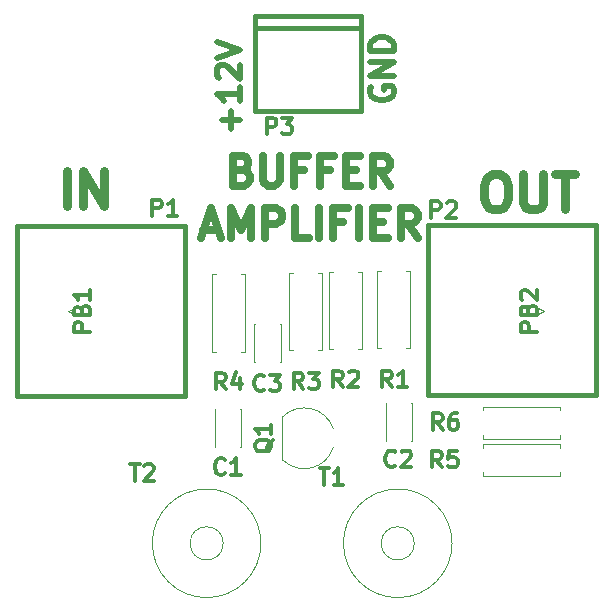
<source format=gto>
%TF.GenerationSoftware,KiCad,Pcbnew,(5.1.10)-1*%
%TF.CreationDate,2021-09-22T18:06:51-04:00*%
%TF.ProjectId,RF-Amp,52462d41-6d70-42e6-9b69-6361645f7063,rev?*%
%TF.SameCoordinates,Original*%
%TF.FileFunction,Legend,Top*%
%TF.FilePolarity,Positive*%
%FSLAX46Y46*%
G04 Gerber Fmt 4.6, Leading zero omitted, Abs format (unit mm)*
G04 Created by KiCad (PCBNEW (5.1.10)-1) date 2021-09-22 18:06:51*
%MOMM*%
%LPD*%
G01*
G04 APERTURE LIST*
%ADD10C,0.500000*%
%ADD11C,0.635000*%
%ADD12C,0.750000*%
%ADD13C,0.120000*%
%ADD14C,0.381000*%
%ADD15C,0.304800*%
G04 APERTURE END LIST*
D10*
X96028000Y-40538209D02*
X95932761Y-40728685D01*
X95932761Y-41014400D01*
X96028000Y-41300114D01*
X96218476Y-41490590D01*
X96408952Y-41585828D01*
X96789904Y-41681066D01*
X97075619Y-41681066D01*
X97456571Y-41585828D01*
X97647047Y-41490590D01*
X97837523Y-41300114D01*
X97932761Y-41014400D01*
X97932761Y-40823923D01*
X97837523Y-40538209D01*
X97742285Y-40442971D01*
X97075619Y-40442971D01*
X97075619Y-40823923D01*
X97932761Y-39585828D02*
X95932761Y-39585828D01*
X97932761Y-38442971D01*
X95932761Y-38442971D01*
X97932761Y-37490590D02*
X95932761Y-37490590D01*
X95932761Y-37014400D01*
X96028000Y-36728685D01*
X96218476Y-36538209D01*
X96408952Y-36442971D01*
X96789904Y-36347733D01*
X97075619Y-36347733D01*
X97456571Y-36442971D01*
X97647047Y-36538209D01*
X97837523Y-36728685D01*
X97932761Y-37014400D01*
X97932761Y-37490590D01*
X84182857Y-44083809D02*
X84182857Y-42560000D01*
X84944761Y-43321904D02*
X83420952Y-43321904D01*
X84944761Y-40560000D02*
X84944761Y-41702857D01*
X84944761Y-41131428D02*
X82944761Y-41131428D01*
X83230476Y-41321904D01*
X83420952Y-41512380D01*
X83516190Y-41702857D01*
X83135238Y-39798095D02*
X83040000Y-39702857D01*
X82944761Y-39512380D01*
X82944761Y-39036190D01*
X83040000Y-38845714D01*
X83135238Y-38750476D01*
X83325714Y-38655238D01*
X83516190Y-38655238D01*
X83801904Y-38750476D01*
X84944761Y-39893333D01*
X84944761Y-38655238D01*
X82944761Y-38083809D02*
X84944761Y-37417142D01*
X82944761Y-36750476D01*
D11*
X85135961Y-47583271D02*
X85498819Y-47704223D01*
X85619771Y-47825176D01*
X85740723Y-48067080D01*
X85740723Y-48429938D01*
X85619771Y-48671842D01*
X85498819Y-48792795D01*
X85256914Y-48913747D01*
X84289295Y-48913747D01*
X84289295Y-46373747D01*
X85135961Y-46373747D01*
X85377866Y-46494700D01*
X85498819Y-46615652D01*
X85619771Y-46857557D01*
X85619771Y-47099461D01*
X85498819Y-47341366D01*
X85377866Y-47462319D01*
X85135961Y-47583271D01*
X84289295Y-47583271D01*
X86829295Y-46373747D02*
X86829295Y-48429938D01*
X86950247Y-48671842D01*
X87071200Y-48792795D01*
X87313104Y-48913747D01*
X87796914Y-48913747D01*
X88038819Y-48792795D01*
X88159771Y-48671842D01*
X88280723Y-48429938D01*
X88280723Y-46373747D01*
X90336914Y-47583271D02*
X89490247Y-47583271D01*
X89490247Y-48913747D02*
X89490247Y-46373747D01*
X90699771Y-46373747D01*
X92514057Y-47583271D02*
X91667390Y-47583271D01*
X91667390Y-48913747D02*
X91667390Y-46373747D01*
X92876914Y-46373747D01*
X93844533Y-47583271D02*
X94691200Y-47583271D01*
X95054057Y-48913747D02*
X93844533Y-48913747D01*
X93844533Y-46373747D01*
X95054057Y-46373747D01*
X97594057Y-48913747D02*
X96747390Y-47704223D01*
X96142628Y-48913747D02*
X96142628Y-46373747D01*
X97110247Y-46373747D01*
X97352152Y-46494700D01*
X97473104Y-46615652D01*
X97594057Y-46857557D01*
X97594057Y-47220414D01*
X97473104Y-47462319D01*
X97352152Y-47583271D01*
X97110247Y-47704223D01*
X96142628Y-47704223D01*
X81809771Y-52633033D02*
X83019295Y-52633033D01*
X81567866Y-53358747D02*
X82414533Y-50818747D01*
X83261200Y-53358747D01*
X84107866Y-53358747D02*
X84107866Y-50818747D01*
X84954533Y-52633033D01*
X85801200Y-50818747D01*
X85801200Y-53358747D01*
X87010723Y-53358747D02*
X87010723Y-50818747D01*
X87978342Y-50818747D01*
X88220247Y-50939700D01*
X88341200Y-51060652D01*
X88462152Y-51302557D01*
X88462152Y-51665414D01*
X88341200Y-51907319D01*
X88220247Y-52028271D01*
X87978342Y-52149223D01*
X87010723Y-52149223D01*
X90760247Y-53358747D02*
X89550723Y-53358747D01*
X89550723Y-50818747D01*
X91606914Y-53358747D02*
X91606914Y-50818747D01*
X93663104Y-52028271D02*
X92816438Y-52028271D01*
X92816438Y-53358747D02*
X92816438Y-50818747D01*
X94025961Y-50818747D01*
X94993580Y-53358747D02*
X94993580Y-50818747D01*
X96203104Y-52028271D02*
X97049771Y-52028271D01*
X97412628Y-53358747D02*
X96203104Y-53358747D01*
X96203104Y-50818747D01*
X97412628Y-50818747D01*
X99952628Y-53358747D02*
X99105961Y-52149223D01*
X98501200Y-53358747D02*
X98501200Y-50818747D01*
X99468819Y-50818747D01*
X99710723Y-50939700D01*
X99831676Y-51060652D01*
X99952628Y-51302557D01*
X99952628Y-51665414D01*
X99831676Y-51907319D01*
X99710723Y-52028271D01*
X99468819Y-52149223D01*
X98501200Y-52149223D01*
D12*
X106290000Y-47917142D02*
X106861428Y-47917142D01*
X107147142Y-48060000D01*
X107432857Y-48345714D01*
X107575714Y-48917142D01*
X107575714Y-49917142D01*
X107432857Y-50488571D01*
X107147142Y-50774285D01*
X106861428Y-50917142D01*
X106290000Y-50917142D01*
X106004285Y-50774285D01*
X105718571Y-50488571D01*
X105575714Y-49917142D01*
X105575714Y-48917142D01*
X105718571Y-48345714D01*
X106004285Y-48060000D01*
X106290000Y-47917142D01*
X108861428Y-47917142D02*
X108861428Y-50345714D01*
X109004285Y-50631428D01*
X109147142Y-50774285D01*
X109432857Y-50917142D01*
X110004285Y-50917142D01*
X110290000Y-50774285D01*
X110432857Y-50631428D01*
X110575714Y-50345714D01*
X110575714Y-47917142D01*
X111575714Y-47917142D02*
X113290000Y-47917142D01*
X112432857Y-50917142D02*
X112432857Y-47917142D01*
X70218571Y-50667142D02*
X70218571Y-47667142D01*
X71647142Y-50667142D02*
X71647142Y-47667142D01*
X73361428Y-50667142D01*
X73361428Y-47667142D01*
D13*
%TO.C,C1*%
X82750800Y-71032800D02*
X82750800Y-67792800D01*
X84990800Y-71032800D02*
X84990800Y-67792800D01*
X82750800Y-71032800D02*
X82815800Y-71032800D01*
X84925800Y-71032800D02*
X84990800Y-71032800D01*
X82750800Y-67792800D02*
X82815800Y-67792800D01*
X84925800Y-67792800D02*
X84990800Y-67792800D01*
%TO.C,C2*%
X99403800Y-67284800D02*
X99468800Y-67284800D01*
X97228800Y-67284800D02*
X97293800Y-67284800D01*
X99403800Y-70524800D02*
X99468800Y-70524800D01*
X97228800Y-70524800D02*
X97293800Y-70524800D01*
X99468800Y-70524800D02*
X99468800Y-67284800D01*
X97228800Y-70524800D02*
X97228800Y-67284800D01*
%TO.C,C3*%
X88304000Y-60630000D02*
X88369000Y-60630000D01*
X86129000Y-60630000D02*
X86194000Y-60630000D01*
X88304000Y-63870000D02*
X88369000Y-63870000D01*
X86129000Y-63870000D02*
X86194000Y-63870000D01*
X88369000Y-63870000D02*
X88369000Y-60630000D01*
X86129000Y-63870000D02*
X86129000Y-60630000D01*
D14*
%TO.C,P1*%
X80213200Y-66725800D02*
X66012060Y-66725800D01*
X66017140Y-66730880D02*
X66017140Y-52331620D01*
X66012060Y-52326540D02*
X80213200Y-52326540D01*
X80230980Y-66725800D02*
X80230980Y-52326540D01*
%TO.C,P2*%
X100820220Y-52273200D02*
X100820220Y-66672460D01*
X115039140Y-66672460D02*
X100838000Y-66672460D01*
X115034060Y-52268120D02*
X115034060Y-66667380D01*
X100838000Y-52273200D02*
X115039140Y-52273200D01*
D13*
%TO.C,Q1*%
X88497800Y-68507200D02*
X88497800Y-72107200D01*
X88506059Y-68495325D02*
G75*
G02*
X92797800Y-69487200I1841741J-1811875D01*
G01*
X88520116Y-72115645D02*
G75*
G03*
X92797800Y-71087200I1827684J1808445D01*
G01*
%TO.C,R1*%
X98957000Y-56140600D02*
X99287000Y-56140600D01*
X99287000Y-56140600D02*
X99287000Y-62680600D01*
X99287000Y-62680600D02*
X98957000Y-62680600D01*
X96877000Y-56140600D02*
X96547000Y-56140600D01*
X96547000Y-56140600D02*
X96547000Y-62680600D01*
X96547000Y-62680600D02*
X96877000Y-62680600D01*
%TO.C,R2*%
X95197600Y-56216800D02*
X94867600Y-56216800D01*
X95197600Y-62756800D02*
X95197600Y-56216800D01*
X94867600Y-62756800D02*
X95197600Y-62756800D01*
X92457600Y-56216800D02*
X92787600Y-56216800D01*
X92457600Y-62756800D02*
X92457600Y-56216800D01*
X92787600Y-62756800D02*
X92457600Y-62756800D01*
%TO.C,R3*%
X89409400Y-62858400D02*
X89079400Y-62858400D01*
X89079400Y-62858400D02*
X89079400Y-56318400D01*
X89079400Y-56318400D02*
X89409400Y-56318400D01*
X91489400Y-62858400D02*
X91819400Y-62858400D01*
X91819400Y-62858400D02*
X91819400Y-56318400D01*
X91819400Y-56318400D02*
X91489400Y-56318400D01*
%TO.C,R4*%
X82551600Y-62960000D02*
X82881600Y-62960000D01*
X82551600Y-56420000D02*
X82551600Y-62960000D01*
X82881600Y-56420000D02*
X82551600Y-56420000D01*
X85291600Y-62960000D02*
X84961600Y-62960000D01*
X85291600Y-56420000D02*
X85291600Y-62960000D01*
X84961600Y-56420000D02*
X85291600Y-56420000D01*
%TO.C,R5*%
X112032800Y-73506000D02*
X112032800Y-73176000D01*
X105492800Y-73506000D02*
X112032800Y-73506000D01*
X105492800Y-73176000D02*
X105492800Y-73506000D01*
X112032800Y-70766000D02*
X112032800Y-71096000D01*
X105492800Y-70766000D02*
X112032800Y-70766000D01*
X105492800Y-71096000D02*
X105492800Y-70766000D01*
%TO.C,R6*%
X105492800Y-67946400D02*
X105492800Y-67616400D01*
X105492800Y-67616400D02*
X112032800Y-67616400D01*
X112032800Y-67616400D02*
X112032800Y-67946400D01*
X105492800Y-70026400D02*
X105492800Y-70356400D01*
X105492800Y-70356400D02*
X112032800Y-70356400D01*
X112032800Y-70356400D02*
X112032800Y-70026400D01*
%TO.C,T1*%
X102861887Y-79194400D02*
G75*
G03*
X102861887Y-79194400I-4601087J0D01*
G01*
X99664367Y-79194400D02*
G75*
G03*
X99664367Y-79194400I-1403567J0D01*
G01*
%TO.C,T2*%
X83484567Y-79194400D02*
G75*
G03*
X83484567Y-79194400I-1403567J0D01*
G01*
X86682087Y-79194400D02*
G75*
G03*
X86682087Y-79194400I-4601087J0D01*
G01*
%TO.C,PB1*%
X70357400Y-59563000D02*
X70857400Y-59813000D01*
X70857400Y-59813000D02*
X70857400Y-59313000D01*
X70857400Y-59313000D02*
X70357400Y-59563000D01*
%TO.C,PB2*%
X110168400Y-59810000D02*
X110668400Y-59560000D01*
X110168400Y-59310000D02*
X110168400Y-59810000D01*
X110668400Y-59560000D02*
X110168400Y-59310000D01*
D14*
%TO.C,P3*%
X86138000Y-34565200D02*
X86138000Y-42565200D01*
X95138000Y-34565200D02*
X95138000Y-42565200D01*
X86138000Y-42565200D02*
X95138000Y-42565200D01*
X86138000Y-35565200D02*
X95138000Y-35565200D01*
X86138000Y-34565200D02*
X95138000Y-34565200D01*
%TO.C,C1*%
D15*
X83637966Y-73269928D02*
X83571442Y-73336452D01*
X83371871Y-73402976D01*
X83238823Y-73402976D01*
X83039252Y-73336452D01*
X82906204Y-73203404D01*
X82839680Y-73070357D01*
X82773157Y-72804261D01*
X82773157Y-72604690D01*
X82839680Y-72338595D01*
X82906204Y-72205547D01*
X83039252Y-72072500D01*
X83238823Y-72005976D01*
X83371871Y-72005976D01*
X83571442Y-72072500D01*
X83637966Y-72139023D01*
X84968442Y-73402976D02*
X84170157Y-73402976D01*
X84569300Y-73402976D02*
X84569300Y-72005976D01*
X84436252Y-72205547D01*
X84303204Y-72338595D01*
X84170157Y-72405119D01*
%TO.C,C2*%
X98065166Y-72609528D02*
X97998642Y-72676052D01*
X97799071Y-72742576D01*
X97666023Y-72742576D01*
X97466452Y-72676052D01*
X97333404Y-72543004D01*
X97266880Y-72409957D01*
X97200357Y-72143861D01*
X97200357Y-71944290D01*
X97266880Y-71678195D01*
X97333404Y-71545147D01*
X97466452Y-71412100D01*
X97666023Y-71345576D01*
X97799071Y-71345576D01*
X97998642Y-71412100D01*
X98065166Y-71478623D01*
X98597357Y-71478623D02*
X98663880Y-71412100D01*
X98796928Y-71345576D01*
X99129547Y-71345576D01*
X99262595Y-71412100D01*
X99329119Y-71478623D01*
X99395642Y-71611671D01*
X99395642Y-71744719D01*
X99329119Y-71944290D01*
X98530833Y-72742576D01*
X99395642Y-72742576D01*
%TO.C,C3*%
X86965366Y-66183328D02*
X86898842Y-66249852D01*
X86699271Y-66316376D01*
X86566223Y-66316376D01*
X86366652Y-66249852D01*
X86233604Y-66116804D01*
X86167080Y-65983757D01*
X86100557Y-65717661D01*
X86100557Y-65518090D01*
X86167080Y-65251995D01*
X86233604Y-65118947D01*
X86366652Y-64985900D01*
X86566223Y-64919376D01*
X86699271Y-64919376D01*
X86898842Y-64985900D01*
X86965366Y-65052423D01*
X87431033Y-64919376D02*
X88295842Y-64919376D01*
X87830176Y-65451566D01*
X88029747Y-65451566D01*
X88162795Y-65518090D01*
X88229319Y-65584614D01*
X88295842Y-65717661D01*
X88295842Y-66050280D01*
X88229319Y-66183328D01*
X88162795Y-66249852D01*
X88029747Y-66316376D01*
X87630604Y-66316376D01*
X87497557Y-66249852D01*
X87431033Y-66183328D01*
%TO.C,P1*%
X77480280Y-51485776D02*
X77480280Y-50088776D01*
X78012471Y-50088776D01*
X78145519Y-50155300D01*
X78212042Y-50221823D01*
X78278566Y-50354871D01*
X78278566Y-50554442D01*
X78212042Y-50687490D01*
X78145519Y-50754014D01*
X78012471Y-50820538D01*
X77480280Y-50820538D01*
X79609042Y-51485776D02*
X78810757Y-51485776D01*
X79209900Y-51485776D02*
X79209900Y-50088776D01*
X79076852Y-50288347D01*
X78943804Y-50421395D01*
X78810757Y-50487919D01*
%TO.C,P2*%
X101102280Y-51609776D02*
X101102280Y-50212776D01*
X101634471Y-50212776D01*
X101767519Y-50279300D01*
X101834042Y-50345823D01*
X101900566Y-50478871D01*
X101900566Y-50678442D01*
X101834042Y-50811490D01*
X101767519Y-50878014D01*
X101634471Y-50944538D01*
X101102280Y-50944538D01*
X102432757Y-50345823D02*
X102499280Y-50279300D01*
X102632328Y-50212776D01*
X102964947Y-50212776D01*
X103097995Y-50279300D01*
X103164519Y-50345823D01*
X103231042Y-50478871D01*
X103231042Y-50611919D01*
X103164519Y-50811490D01*
X102366233Y-51609776D01*
X103231042Y-51609776D01*
%TO.C,Q1*%
X87683823Y-70414847D02*
X87617300Y-70547895D01*
X87484252Y-70680942D01*
X87284680Y-70880514D01*
X87218157Y-71013561D01*
X87218157Y-71146609D01*
X87550776Y-71080085D02*
X87484252Y-71213133D01*
X87351204Y-71346180D01*
X87085109Y-71412704D01*
X86619442Y-71412704D01*
X86353347Y-71346180D01*
X86220300Y-71213133D01*
X86153776Y-71080085D01*
X86153776Y-70813990D01*
X86220300Y-70680942D01*
X86353347Y-70547895D01*
X86619442Y-70481371D01*
X87085109Y-70481371D01*
X87351204Y-70547895D01*
X87484252Y-70680942D01*
X87550776Y-70813990D01*
X87550776Y-71080085D01*
X87550776Y-69150895D02*
X87550776Y-69949180D01*
X87550776Y-69550038D02*
X86153776Y-69550038D01*
X86353347Y-69683085D01*
X86486395Y-69816133D01*
X86552919Y-69949180D01*
%TO.C,R1*%
X97734966Y-65960776D02*
X97269300Y-65295538D01*
X96936680Y-65960776D02*
X96936680Y-64563776D01*
X97468871Y-64563776D01*
X97601919Y-64630300D01*
X97668442Y-64696823D01*
X97734966Y-64829871D01*
X97734966Y-65029442D01*
X97668442Y-65162490D01*
X97601919Y-65229014D01*
X97468871Y-65295538D01*
X96936680Y-65295538D01*
X99065442Y-65960776D02*
X98267157Y-65960776D01*
X98666300Y-65960776D02*
X98666300Y-64563776D01*
X98533252Y-64763347D01*
X98400204Y-64896395D01*
X98267157Y-64962919D01*
%TO.C,R2*%
X93594766Y-65986176D02*
X93129100Y-65320938D01*
X92796480Y-65986176D02*
X92796480Y-64589176D01*
X93328671Y-64589176D01*
X93461719Y-64655700D01*
X93528242Y-64722223D01*
X93594766Y-64855271D01*
X93594766Y-65054842D01*
X93528242Y-65187890D01*
X93461719Y-65254414D01*
X93328671Y-65320938D01*
X92796480Y-65320938D01*
X94126957Y-64722223D02*
X94193480Y-64655700D01*
X94326528Y-64589176D01*
X94659147Y-64589176D01*
X94792195Y-64655700D01*
X94858719Y-64722223D01*
X94925242Y-64855271D01*
X94925242Y-64988319D01*
X94858719Y-65187890D01*
X94060433Y-65986176D01*
X94925242Y-65986176D01*
%TO.C,R3*%
X90241966Y-66138576D02*
X89776300Y-65473338D01*
X89443680Y-66138576D02*
X89443680Y-64741576D01*
X89975871Y-64741576D01*
X90108919Y-64808100D01*
X90175442Y-64874623D01*
X90241966Y-65007671D01*
X90241966Y-65207242D01*
X90175442Y-65340290D01*
X90108919Y-65406814D01*
X89975871Y-65473338D01*
X89443680Y-65473338D01*
X90707633Y-64741576D02*
X91572442Y-64741576D01*
X91106776Y-65273766D01*
X91306347Y-65273766D01*
X91439395Y-65340290D01*
X91505919Y-65406814D01*
X91572442Y-65539861D01*
X91572442Y-65872480D01*
X91505919Y-66005528D01*
X91439395Y-66072052D01*
X91306347Y-66138576D01*
X90907204Y-66138576D01*
X90774157Y-66072052D01*
X90707633Y-66005528D01*
%TO.C,R4*%
X83688766Y-66163976D02*
X83223100Y-65498738D01*
X82890480Y-66163976D02*
X82890480Y-64766976D01*
X83422671Y-64766976D01*
X83555719Y-64833500D01*
X83622242Y-64900023D01*
X83688766Y-65033071D01*
X83688766Y-65232642D01*
X83622242Y-65365690D01*
X83555719Y-65432214D01*
X83422671Y-65498738D01*
X82890480Y-65498738D01*
X84886195Y-65232642D02*
X84886195Y-66163976D01*
X84553576Y-64700452D02*
X84220957Y-65698309D01*
X85085766Y-65698309D01*
%TO.C,R5*%
X102002166Y-72767976D02*
X101536500Y-72102738D01*
X101203880Y-72767976D02*
X101203880Y-71370976D01*
X101736071Y-71370976D01*
X101869119Y-71437500D01*
X101935642Y-71504023D01*
X102002166Y-71637071D01*
X102002166Y-71836642D01*
X101935642Y-71969690D01*
X101869119Y-72036214D01*
X101736071Y-72102738D01*
X101203880Y-72102738D01*
X103266119Y-71370976D02*
X102600880Y-71370976D01*
X102534357Y-72036214D01*
X102600880Y-71969690D01*
X102733928Y-71903166D01*
X103066547Y-71903166D01*
X103199595Y-71969690D01*
X103266119Y-72036214D01*
X103332642Y-72169261D01*
X103332642Y-72501880D01*
X103266119Y-72634928D01*
X103199595Y-72701452D01*
X103066547Y-72767976D01*
X102733928Y-72767976D01*
X102600880Y-72701452D01*
X102534357Y-72634928D01*
%TO.C,R6*%
X102052966Y-69592976D02*
X101587300Y-68927738D01*
X101254680Y-69592976D02*
X101254680Y-68195976D01*
X101786871Y-68195976D01*
X101919919Y-68262500D01*
X101986442Y-68329023D01*
X102052966Y-68462071D01*
X102052966Y-68661642D01*
X101986442Y-68794690D01*
X101919919Y-68861214D01*
X101786871Y-68927738D01*
X101254680Y-68927738D01*
X103250395Y-68195976D02*
X102984300Y-68195976D01*
X102851252Y-68262500D01*
X102784728Y-68329023D01*
X102651680Y-68528595D01*
X102585157Y-68794690D01*
X102585157Y-69326880D01*
X102651680Y-69459928D01*
X102718204Y-69526452D01*
X102851252Y-69592976D01*
X103117347Y-69592976D01*
X103250395Y-69526452D01*
X103316919Y-69459928D01*
X103383442Y-69326880D01*
X103383442Y-68994261D01*
X103316919Y-68861214D01*
X103250395Y-68794690D01*
X103117347Y-68728166D01*
X102851252Y-68728166D01*
X102718204Y-68794690D01*
X102651680Y-68861214D01*
X102585157Y-68994261D01*
%TO.C,T1*%
X91645619Y-72844176D02*
X92443904Y-72844176D01*
X92044761Y-74241176D02*
X92044761Y-72844176D01*
X93641333Y-74241176D02*
X92843047Y-74241176D01*
X93242190Y-74241176D02*
X93242190Y-72844176D01*
X93109142Y-73043747D01*
X92976095Y-73176795D01*
X92843047Y-73243319D01*
%TO.C,T2*%
X75618219Y-72488576D02*
X76416504Y-72488576D01*
X76017361Y-73885576D02*
X76017361Y-72488576D01*
X76815647Y-72621623D02*
X76882171Y-72555100D01*
X77015219Y-72488576D01*
X77347838Y-72488576D01*
X77480885Y-72555100D01*
X77547409Y-72621623D01*
X77613933Y-72754671D01*
X77613933Y-72887719D01*
X77547409Y-73087290D01*
X76749123Y-73885576D01*
X77613933Y-73885576D01*
%TO.C,PB1*%
X72229376Y-61292619D02*
X70832376Y-61292619D01*
X70832376Y-60760428D01*
X70898900Y-60627380D01*
X70965423Y-60560857D01*
X71098471Y-60494333D01*
X71298042Y-60494333D01*
X71431090Y-60560857D01*
X71497614Y-60627380D01*
X71564138Y-60760428D01*
X71564138Y-61292619D01*
X71497614Y-59429952D02*
X71564138Y-59230380D01*
X71630661Y-59163857D01*
X71763709Y-59097333D01*
X71963280Y-59097333D01*
X72096328Y-59163857D01*
X72162852Y-59230380D01*
X72229376Y-59363428D01*
X72229376Y-59895619D01*
X70832376Y-59895619D01*
X70832376Y-59429952D01*
X70898900Y-59296904D01*
X70965423Y-59230380D01*
X71098471Y-59163857D01*
X71231519Y-59163857D01*
X71364566Y-59230380D01*
X71431090Y-59296904D01*
X71497614Y-59429952D01*
X71497614Y-59895619D01*
X72229376Y-57766857D02*
X72229376Y-58565142D01*
X72229376Y-58166000D02*
X70832376Y-58166000D01*
X71031947Y-58299047D01*
X71164995Y-58432095D01*
X71231519Y-58565142D01*
%TO.C,PB2*%
X110060376Y-61289619D02*
X108663376Y-61289619D01*
X108663376Y-60757428D01*
X108729900Y-60624380D01*
X108796423Y-60557857D01*
X108929471Y-60491333D01*
X109129042Y-60491333D01*
X109262090Y-60557857D01*
X109328614Y-60624380D01*
X109395138Y-60757428D01*
X109395138Y-61289619D01*
X109328614Y-59426952D02*
X109395138Y-59227380D01*
X109461661Y-59160857D01*
X109594709Y-59094333D01*
X109794280Y-59094333D01*
X109927328Y-59160857D01*
X109993852Y-59227380D01*
X110060376Y-59360428D01*
X110060376Y-59892619D01*
X108663376Y-59892619D01*
X108663376Y-59426952D01*
X108729900Y-59293904D01*
X108796423Y-59227380D01*
X108929471Y-59160857D01*
X109062519Y-59160857D01*
X109195566Y-59227380D01*
X109262090Y-59293904D01*
X109328614Y-59426952D01*
X109328614Y-59892619D01*
X108796423Y-58562142D02*
X108729900Y-58495619D01*
X108663376Y-58362571D01*
X108663376Y-58029952D01*
X108729900Y-57896904D01*
X108796423Y-57830380D01*
X108929471Y-57763857D01*
X109062519Y-57763857D01*
X109262090Y-57830380D01*
X110060376Y-58628666D01*
X110060376Y-57763857D01*
%TO.C,P3*%
X87183080Y-44573976D02*
X87183080Y-43176976D01*
X87715271Y-43176976D01*
X87848319Y-43243500D01*
X87914842Y-43310023D01*
X87981366Y-43443071D01*
X87981366Y-43642642D01*
X87914842Y-43775690D01*
X87848319Y-43842214D01*
X87715271Y-43908738D01*
X87183080Y-43908738D01*
X88447033Y-43176976D02*
X89311842Y-43176976D01*
X88846176Y-43709166D01*
X89045747Y-43709166D01*
X89178795Y-43775690D01*
X89245319Y-43842214D01*
X89311842Y-43975261D01*
X89311842Y-44307880D01*
X89245319Y-44440928D01*
X89178795Y-44507452D01*
X89045747Y-44573976D01*
X88646604Y-44573976D01*
X88513557Y-44507452D01*
X88447033Y-44440928D01*
%TD*%
M02*

</source>
